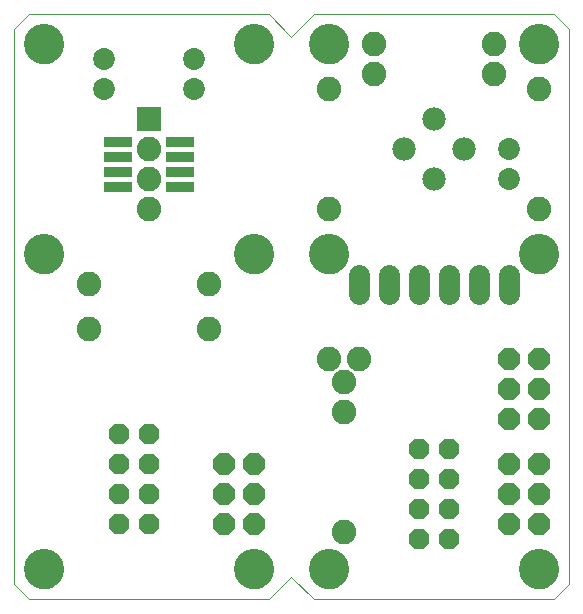
<source format=gbs>
G75*
G70*
%OFA0B0*%
%FSLAX24Y24*%
%IPPOS*%
%LPD*%
%AMOC8*
5,1,8,0,0,1.08239X$1,22.5*
%
%ADD10C,0.0000*%
%ADD11C,0.1340*%
%ADD12OC8,0.0680*%
%ADD13OC8,0.0720*%
%ADD14C,0.0820*%
%ADD15R,0.0950X0.0320*%
%ADD16C,0.0730*%
%ADD17R,0.0820X0.0820*%
%ADD18C,0.0780*%
%ADD19C,0.0714*%
D10*
X001675Y001175D02*
X001175Y001675D01*
X001175Y020175D01*
X001675Y020675D01*
X009675Y020675D01*
X010425Y019925D01*
X011175Y020675D01*
X019175Y020675D01*
X019675Y020175D01*
X019675Y001675D01*
X019175Y001175D01*
X011175Y001175D01*
X010425Y001925D01*
X009675Y001175D01*
X001675Y001175D01*
X001545Y002175D02*
X001547Y002225D01*
X001553Y002275D01*
X001563Y002324D01*
X001577Y002372D01*
X001594Y002419D01*
X001615Y002464D01*
X001640Y002508D01*
X001668Y002549D01*
X001700Y002588D01*
X001734Y002625D01*
X001771Y002659D01*
X001811Y002689D01*
X001853Y002716D01*
X001897Y002740D01*
X001943Y002761D01*
X001990Y002777D01*
X002038Y002790D01*
X002088Y002799D01*
X002137Y002804D01*
X002188Y002805D01*
X002238Y002802D01*
X002287Y002795D01*
X002336Y002784D01*
X002384Y002769D01*
X002430Y002751D01*
X002475Y002729D01*
X002518Y002703D01*
X002559Y002674D01*
X002598Y002642D01*
X002634Y002607D01*
X002666Y002569D01*
X002696Y002529D01*
X002723Y002486D01*
X002746Y002442D01*
X002765Y002396D01*
X002781Y002348D01*
X002793Y002299D01*
X002801Y002250D01*
X002805Y002200D01*
X002805Y002150D01*
X002801Y002100D01*
X002793Y002051D01*
X002781Y002002D01*
X002765Y001954D01*
X002746Y001908D01*
X002723Y001864D01*
X002696Y001821D01*
X002666Y001781D01*
X002634Y001743D01*
X002598Y001708D01*
X002559Y001676D01*
X002518Y001647D01*
X002475Y001621D01*
X002430Y001599D01*
X002384Y001581D01*
X002336Y001566D01*
X002287Y001555D01*
X002238Y001548D01*
X002188Y001545D01*
X002137Y001546D01*
X002088Y001551D01*
X002038Y001560D01*
X001990Y001573D01*
X001943Y001589D01*
X001897Y001610D01*
X001853Y001634D01*
X001811Y001661D01*
X001771Y001691D01*
X001734Y001725D01*
X001700Y001762D01*
X001668Y001801D01*
X001640Y001842D01*
X001615Y001886D01*
X001594Y001931D01*
X001577Y001978D01*
X001563Y002026D01*
X001553Y002075D01*
X001547Y002125D01*
X001545Y002175D01*
X008545Y002175D02*
X008547Y002225D01*
X008553Y002275D01*
X008563Y002324D01*
X008577Y002372D01*
X008594Y002419D01*
X008615Y002464D01*
X008640Y002508D01*
X008668Y002549D01*
X008700Y002588D01*
X008734Y002625D01*
X008771Y002659D01*
X008811Y002689D01*
X008853Y002716D01*
X008897Y002740D01*
X008943Y002761D01*
X008990Y002777D01*
X009038Y002790D01*
X009088Y002799D01*
X009137Y002804D01*
X009188Y002805D01*
X009238Y002802D01*
X009287Y002795D01*
X009336Y002784D01*
X009384Y002769D01*
X009430Y002751D01*
X009475Y002729D01*
X009518Y002703D01*
X009559Y002674D01*
X009598Y002642D01*
X009634Y002607D01*
X009666Y002569D01*
X009696Y002529D01*
X009723Y002486D01*
X009746Y002442D01*
X009765Y002396D01*
X009781Y002348D01*
X009793Y002299D01*
X009801Y002250D01*
X009805Y002200D01*
X009805Y002150D01*
X009801Y002100D01*
X009793Y002051D01*
X009781Y002002D01*
X009765Y001954D01*
X009746Y001908D01*
X009723Y001864D01*
X009696Y001821D01*
X009666Y001781D01*
X009634Y001743D01*
X009598Y001708D01*
X009559Y001676D01*
X009518Y001647D01*
X009475Y001621D01*
X009430Y001599D01*
X009384Y001581D01*
X009336Y001566D01*
X009287Y001555D01*
X009238Y001548D01*
X009188Y001545D01*
X009137Y001546D01*
X009088Y001551D01*
X009038Y001560D01*
X008990Y001573D01*
X008943Y001589D01*
X008897Y001610D01*
X008853Y001634D01*
X008811Y001661D01*
X008771Y001691D01*
X008734Y001725D01*
X008700Y001762D01*
X008668Y001801D01*
X008640Y001842D01*
X008615Y001886D01*
X008594Y001931D01*
X008577Y001978D01*
X008563Y002026D01*
X008553Y002075D01*
X008547Y002125D01*
X008545Y002175D01*
X011045Y002175D02*
X011047Y002225D01*
X011053Y002275D01*
X011063Y002324D01*
X011077Y002372D01*
X011094Y002419D01*
X011115Y002464D01*
X011140Y002508D01*
X011168Y002549D01*
X011200Y002588D01*
X011234Y002625D01*
X011271Y002659D01*
X011311Y002689D01*
X011353Y002716D01*
X011397Y002740D01*
X011443Y002761D01*
X011490Y002777D01*
X011538Y002790D01*
X011588Y002799D01*
X011637Y002804D01*
X011688Y002805D01*
X011738Y002802D01*
X011787Y002795D01*
X011836Y002784D01*
X011884Y002769D01*
X011930Y002751D01*
X011975Y002729D01*
X012018Y002703D01*
X012059Y002674D01*
X012098Y002642D01*
X012134Y002607D01*
X012166Y002569D01*
X012196Y002529D01*
X012223Y002486D01*
X012246Y002442D01*
X012265Y002396D01*
X012281Y002348D01*
X012293Y002299D01*
X012301Y002250D01*
X012305Y002200D01*
X012305Y002150D01*
X012301Y002100D01*
X012293Y002051D01*
X012281Y002002D01*
X012265Y001954D01*
X012246Y001908D01*
X012223Y001864D01*
X012196Y001821D01*
X012166Y001781D01*
X012134Y001743D01*
X012098Y001708D01*
X012059Y001676D01*
X012018Y001647D01*
X011975Y001621D01*
X011930Y001599D01*
X011884Y001581D01*
X011836Y001566D01*
X011787Y001555D01*
X011738Y001548D01*
X011688Y001545D01*
X011637Y001546D01*
X011588Y001551D01*
X011538Y001560D01*
X011490Y001573D01*
X011443Y001589D01*
X011397Y001610D01*
X011353Y001634D01*
X011311Y001661D01*
X011271Y001691D01*
X011234Y001725D01*
X011200Y001762D01*
X011168Y001801D01*
X011140Y001842D01*
X011115Y001886D01*
X011094Y001931D01*
X011077Y001978D01*
X011063Y002026D01*
X011053Y002075D01*
X011047Y002125D01*
X011045Y002175D01*
X018045Y002175D02*
X018047Y002225D01*
X018053Y002275D01*
X018063Y002324D01*
X018077Y002372D01*
X018094Y002419D01*
X018115Y002464D01*
X018140Y002508D01*
X018168Y002549D01*
X018200Y002588D01*
X018234Y002625D01*
X018271Y002659D01*
X018311Y002689D01*
X018353Y002716D01*
X018397Y002740D01*
X018443Y002761D01*
X018490Y002777D01*
X018538Y002790D01*
X018588Y002799D01*
X018637Y002804D01*
X018688Y002805D01*
X018738Y002802D01*
X018787Y002795D01*
X018836Y002784D01*
X018884Y002769D01*
X018930Y002751D01*
X018975Y002729D01*
X019018Y002703D01*
X019059Y002674D01*
X019098Y002642D01*
X019134Y002607D01*
X019166Y002569D01*
X019196Y002529D01*
X019223Y002486D01*
X019246Y002442D01*
X019265Y002396D01*
X019281Y002348D01*
X019293Y002299D01*
X019301Y002250D01*
X019305Y002200D01*
X019305Y002150D01*
X019301Y002100D01*
X019293Y002051D01*
X019281Y002002D01*
X019265Y001954D01*
X019246Y001908D01*
X019223Y001864D01*
X019196Y001821D01*
X019166Y001781D01*
X019134Y001743D01*
X019098Y001708D01*
X019059Y001676D01*
X019018Y001647D01*
X018975Y001621D01*
X018930Y001599D01*
X018884Y001581D01*
X018836Y001566D01*
X018787Y001555D01*
X018738Y001548D01*
X018688Y001545D01*
X018637Y001546D01*
X018588Y001551D01*
X018538Y001560D01*
X018490Y001573D01*
X018443Y001589D01*
X018397Y001610D01*
X018353Y001634D01*
X018311Y001661D01*
X018271Y001691D01*
X018234Y001725D01*
X018200Y001762D01*
X018168Y001801D01*
X018140Y001842D01*
X018115Y001886D01*
X018094Y001931D01*
X018077Y001978D01*
X018063Y002026D01*
X018053Y002075D01*
X018047Y002125D01*
X018045Y002175D01*
X018045Y012675D02*
X018047Y012725D01*
X018053Y012775D01*
X018063Y012824D01*
X018077Y012872D01*
X018094Y012919D01*
X018115Y012964D01*
X018140Y013008D01*
X018168Y013049D01*
X018200Y013088D01*
X018234Y013125D01*
X018271Y013159D01*
X018311Y013189D01*
X018353Y013216D01*
X018397Y013240D01*
X018443Y013261D01*
X018490Y013277D01*
X018538Y013290D01*
X018588Y013299D01*
X018637Y013304D01*
X018688Y013305D01*
X018738Y013302D01*
X018787Y013295D01*
X018836Y013284D01*
X018884Y013269D01*
X018930Y013251D01*
X018975Y013229D01*
X019018Y013203D01*
X019059Y013174D01*
X019098Y013142D01*
X019134Y013107D01*
X019166Y013069D01*
X019196Y013029D01*
X019223Y012986D01*
X019246Y012942D01*
X019265Y012896D01*
X019281Y012848D01*
X019293Y012799D01*
X019301Y012750D01*
X019305Y012700D01*
X019305Y012650D01*
X019301Y012600D01*
X019293Y012551D01*
X019281Y012502D01*
X019265Y012454D01*
X019246Y012408D01*
X019223Y012364D01*
X019196Y012321D01*
X019166Y012281D01*
X019134Y012243D01*
X019098Y012208D01*
X019059Y012176D01*
X019018Y012147D01*
X018975Y012121D01*
X018930Y012099D01*
X018884Y012081D01*
X018836Y012066D01*
X018787Y012055D01*
X018738Y012048D01*
X018688Y012045D01*
X018637Y012046D01*
X018588Y012051D01*
X018538Y012060D01*
X018490Y012073D01*
X018443Y012089D01*
X018397Y012110D01*
X018353Y012134D01*
X018311Y012161D01*
X018271Y012191D01*
X018234Y012225D01*
X018200Y012262D01*
X018168Y012301D01*
X018140Y012342D01*
X018115Y012386D01*
X018094Y012431D01*
X018077Y012478D01*
X018063Y012526D01*
X018053Y012575D01*
X018047Y012625D01*
X018045Y012675D01*
X011045Y012675D02*
X011047Y012725D01*
X011053Y012775D01*
X011063Y012824D01*
X011077Y012872D01*
X011094Y012919D01*
X011115Y012964D01*
X011140Y013008D01*
X011168Y013049D01*
X011200Y013088D01*
X011234Y013125D01*
X011271Y013159D01*
X011311Y013189D01*
X011353Y013216D01*
X011397Y013240D01*
X011443Y013261D01*
X011490Y013277D01*
X011538Y013290D01*
X011588Y013299D01*
X011637Y013304D01*
X011688Y013305D01*
X011738Y013302D01*
X011787Y013295D01*
X011836Y013284D01*
X011884Y013269D01*
X011930Y013251D01*
X011975Y013229D01*
X012018Y013203D01*
X012059Y013174D01*
X012098Y013142D01*
X012134Y013107D01*
X012166Y013069D01*
X012196Y013029D01*
X012223Y012986D01*
X012246Y012942D01*
X012265Y012896D01*
X012281Y012848D01*
X012293Y012799D01*
X012301Y012750D01*
X012305Y012700D01*
X012305Y012650D01*
X012301Y012600D01*
X012293Y012551D01*
X012281Y012502D01*
X012265Y012454D01*
X012246Y012408D01*
X012223Y012364D01*
X012196Y012321D01*
X012166Y012281D01*
X012134Y012243D01*
X012098Y012208D01*
X012059Y012176D01*
X012018Y012147D01*
X011975Y012121D01*
X011930Y012099D01*
X011884Y012081D01*
X011836Y012066D01*
X011787Y012055D01*
X011738Y012048D01*
X011688Y012045D01*
X011637Y012046D01*
X011588Y012051D01*
X011538Y012060D01*
X011490Y012073D01*
X011443Y012089D01*
X011397Y012110D01*
X011353Y012134D01*
X011311Y012161D01*
X011271Y012191D01*
X011234Y012225D01*
X011200Y012262D01*
X011168Y012301D01*
X011140Y012342D01*
X011115Y012386D01*
X011094Y012431D01*
X011077Y012478D01*
X011063Y012526D01*
X011053Y012575D01*
X011047Y012625D01*
X011045Y012675D01*
X008545Y012675D02*
X008547Y012725D01*
X008553Y012775D01*
X008563Y012824D01*
X008577Y012872D01*
X008594Y012919D01*
X008615Y012964D01*
X008640Y013008D01*
X008668Y013049D01*
X008700Y013088D01*
X008734Y013125D01*
X008771Y013159D01*
X008811Y013189D01*
X008853Y013216D01*
X008897Y013240D01*
X008943Y013261D01*
X008990Y013277D01*
X009038Y013290D01*
X009088Y013299D01*
X009137Y013304D01*
X009188Y013305D01*
X009238Y013302D01*
X009287Y013295D01*
X009336Y013284D01*
X009384Y013269D01*
X009430Y013251D01*
X009475Y013229D01*
X009518Y013203D01*
X009559Y013174D01*
X009598Y013142D01*
X009634Y013107D01*
X009666Y013069D01*
X009696Y013029D01*
X009723Y012986D01*
X009746Y012942D01*
X009765Y012896D01*
X009781Y012848D01*
X009793Y012799D01*
X009801Y012750D01*
X009805Y012700D01*
X009805Y012650D01*
X009801Y012600D01*
X009793Y012551D01*
X009781Y012502D01*
X009765Y012454D01*
X009746Y012408D01*
X009723Y012364D01*
X009696Y012321D01*
X009666Y012281D01*
X009634Y012243D01*
X009598Y012208D01*
X009559Y012176D01*
X009518Y012147D01*
X009475Y012121D01*
X009430Y012099D01*
X009384Y012081D01*
X009336Y012066D01*
X009287Y012055D01*
X009238Y012048D01*
X009188Y012045D01*
X009137Y012046D01*
X009088Y012051D01*
X009038Y012060D01*
X008990Y012073D01*
X008943Y012089D01*
X008897Y012110D01*
X008853Y012134D01*
X008811Y012161D01*
X008771Y012191D01*
X008734Y012225D01*
X008700Y012262D01*
X008668Y012301D01*
X008640Y012342D01*
X008615Y012386D01*
X008594Y012431D01*
X008577Y012478D01*
X008563Y012526D01*
X008553Y012575D01*
X008547Y012625D01*
X008545Y012675D01*
X001545Y012675D02*
X001547Y012725D01*
X001553Y012775D01*
X001563Y012824D01*
X001577Y012872D01*
X001594Y012919D01*
X001615Y012964D01*
X001640Y013008D01*
X001668Y013049D01*
X001700Y013088D01*
X001734Y013125D01*
X001771Y013159D01*
X001811Y013189D01*
X001853Y013216D01*
X001897Y013240D01*
X001943Y013261D01*
X001990Y013277D01*
X002038Y013290D01*
X002088Y013299D01*
X002137Y013304D01*
X002188Y013305D01*
X002238Y013302D01*
X002287Y013295D01*
X002336Y013284D01*
X002384Y013269D01*
X002430Y013251D01*
X002475Y013229D01*
X002518Y013203D01*
X002559Y013174D01*
X002598Y013142D01*
X002634Y013107D01*
X002666Y013069D01*
X002696Y013029D01*
X002723Y012986D01*
X002746Y012942D01*
X002765Y012896D01*
X002781Y012848D01*
X002793Y012799D01*
X002801Y012750D01*
X002805Y012700D01*
X002805Y012650D01*
X002801Y012600D01*
X002793Y012551D01*
X002781Y012502D01*
X002765Y012454D01*
X002746Y012408D01*
X002723Y012364D01*
X002696Y012321D01*
X002666Y012281D01*
X002634Y012243D01*
X002598Y012208D01*
X002559Y012176D01*
X002518Y012147D01*
X002475Y012121D01*
X002430Y012099D01*
X002384Y012081D01*
X002336Y012066D01*
X002287Y012055D01*
X002238Y012048D01*
X002188Y012045D01*
X002137Y012046D01*
X002088Y012051D01*
X002038Y012060D01*
X001990Y012073D01*
X001943Y012089D01*
X001897Y012110D01*
X001853Y012134D01*
X001811Y012161D01*
X001771Y012191D01*
X001734Y012225D01*
X001700Y012262D01*
X001668Y012301D01*
X001640Y012342D01*
X001615Y012386D01*
X001594Y012431D01*
X001577Y012478D01*
X001563Y012526D01*
X001553Y012575D01*
X001547Y012625D01*
X001545Y012675D01*
X001545Y019675D02*
X001547Y019725D01*
X001553Y019775D01*
X001563Y019824D01*
X001577Y019872D01*
X001594Y019919D01*
X001615Y019964D01*
X001640Y020008D01*
X001668Y020049D01*
X001700Y020088D01*
X001734Y020125D01*
X001771Y020159D01*
X001811Y020189D01*
X001853Y020216D01*
X001897Y020240D01*
X001943Y020261D01*
X001990Y020277D01*
X002038Y020290D01*
X002088Y020299D01*
X002137Y020304D01*
X002188Y020305D01*
X002238Y020302D01*
X002287Y020295D01*
X002336Y020284D01*
X002384Y020269D01*
X002430Y020251D01*
X002475Y020229D01*
X002518Y020203D01*
X002559Y020174D01*
X002598Y020142D01*
X002634Y020107D01*
X002666Y020069D01*
X002696Y020029D01*
X002723Y019986D01*
X002746Y019942D01*
X002765Y019896D01*
X002781Y019848D01*
X002793Y019799D01*
X002801Y019750D01*
X002805Y019700D01*
X002805Y019650D01*
X002801Y019600D01*
X002793Y019551D01*
X002781Y019502D01*
X002765Y019454D01*
X002746Y019408D01*
X002723Y019364D01*
X002696Y019321D01*
X002666Y019281D01*
X002634Y019243D01*
X002598Y019208D01*
X002559Y019176D01*
X002518Y019147D01*
X002475Y019121D01*
X002430Y019099D01*
X002384Y019081D01*
X002336Y019066D01*
X002287Y019055D01*
X002238Y019048D01*
X002188Y019045D01*
X002137Y019046D01*
X002088Y019051D01*
X002038Y019060D01*
X001990Y019073D01*
X001943Y019089D01*
X001897Y019110D01*
X001853Y019134D01*
X001811Y019161D01*
X001771Y019191D01*
X001734Y019225D01*
X001700Y019262D01*
X001668Y019301D01*
X001640Y019342D01*
X001615Y019386D01*
X001594Y019431D01*
X001577Y019478D01*
X001563Y019526D01*
X001553Y019575D01*
X001547Y019625D01*
X001545Y019675D01*
X008545Y019675D02*
X008547Y019725D01*
X008553Y019775D01*
X008563Y019824D01*
X008577Y019872D01*
X008594Y019919D01*
X008615Y019964D01*
X008640Y020008D01*
X008668Y020049D01*
X008700Y020088D01*
X008734Y020125D01*
X008771Y020159D01*
X008811Y020189D01*
X008853Y020216D01*
X008897Y020240D01*
X008943Y020261D01*
X008990Y020277D01*
X009038Y020290D01*
X009088Y020299D01*
X009137Y020304D01*
X009188Y020305D01*
X009238Y020302D01*
X009287Y020295D01*
X009336Y020284D01*
X009384Y020269D01*
X009430Y020251D01*
X009475Y020229D01*
X009518Y020203D01*
X009559Y020174D01*
X009598Y020142D01*
X009634Y020107D01*
X009666Y020069D01*
X009696Y020029D01*
X009723Y019986D01*
X009746Y019942D01*
X009765Y019896D01*
X009781Y019848D01*
X009793Y019799D01*
X009801Y019750D01*
X009805Y019700D01*
X009805Y019650D01*
X009801Y019600D01*
X009793Y019551D01*
X009781Y019502D01*
X009765Y019454D01*
X009746Y019408D01*
X009723Y019364D01*
X009696Y019321D01*
X009666Y019281D01*
X009634Y019243D01*
X009598Y019208D01*
X009559Y019176D01*
X009518Y019147D01*
X009475Y019121D01*
X009430Y019099D01*
X009384Y019081D01*
X009336Y019066D01*
X009287Y019055D01*
X009238Y019048D01*
X009188Y019045D01*
X009137Y019046D01*
X009088Y019051D01*
X009038Y019060D01*
X008990Y019073D01*
X008943Y019089D01*
X008897Y019110D01*
X008853Y019134D01*
X008811Y019161D01*
X008771Y019191D01*
X008734Y019225D01*
X008700Y019262D01*
X008668Y019301D01*
X008640Y019342D01*
X008615Y019386D01*
X008594Y019431D01*
X008577Y019478D01*
X008563Y019526D01*
X008553Y019575D01*
X008547Y019625D01*
X008545Y019675D01*
X011045Y019675D02*
X011047Y019725D01*
X011053Y019775D01*
X011063Y019824D01*
X011077Y019872D01*
X011094Y019919D01*
X011115Y019964D01*
X011140Y020008D01*
X011168Y020049D01*
X011200Y020088D01*
X011234Y020125D01*
X011271Y020159D01*
X011311Y020189D01*
X011353Y020216D01*
X011397Y020240D01*
X011443Y020261D01*
X011490Y020277D01*
X011538Y020290D01*
X011588Y020299D01*
X011637Y020304D01*
X011688Y020305D01*
X011738Y020302D01*
X011787Y020295D01*
X011836Y020284D01*
X011884Y020269D01*
X011930Y020251D01*
X011975Y020229D01*
X012018Y020203D01*
X012059Y020174D01*
X012098Y020142D01*
X012134Y020107D01*
X012166Y020069D01*
X012196Y020029D01*
X012223Y019986D01*
X012246Y019942D01*
X012265Y019896D01*
X012281Y019848D01*
X012293Y019799D01*
X012301Y019750D01*
X012305Y019700D01*
X012305Y019650D01*
X012301Y019600D01*
X012293Y019551D01*
X012281Y019502D01*
X012265Y019454D01*
X012246Y019408D01*
X012223Y019364D01*
X012196Y019321D01*
X012166Y019281D01*
X012134Y019243D01*
X012098Y019208D01*
X012059Y019176D01*
X012018Y019147D01*
X011975Y019121D01*
X011930Y019099D01*
X011884Y019081D01*
X011836Y019066D01*
X011787Y019055D01*
X011738Y019048D01*
X011688Y019045D01*
X011637Y019046D01*
X011588Y019051D01*
X011538Y019060D01*
X011490Y019073D01*
X011443Y019089D01*
X011397Y019110D01*
X011353Y019134D01*
X011311Y019161D01*
X011271Y019191D01*
X011234Y019225D01*
X011200Y019262D01*
X011168Y019301D01*
X011140Y019342D01*
X011115Y019386D01*
X011094Y019431D01*
X011077Y019478D01*
X011063Y019526D01*
X011053Y019575D01*
X011047Y019625D01*
X011045Y019675D01*
X018045Y019675D02*
X018047Y019725D01*
X018053Y019775D01*
X018063Y019824D01*
X018077Y019872D01*
X018094Y019919D01*
X018115Y019964D01*
X018140Y020008D01*
X018168Y020049D01*
X018200Y020088D01*
X018234Y020125D01*
X018271Y020159D01*
X018311Y020189D01*
X018353Y020216D01*
X018397Y020240D01*
X018443Y020261D01*
X018490Y020277D01*
X018538Y020290D01*
X018588Y020299D01*
X018637Y020304D01*
X018688Y020305D01*
X018738Y020302D01*
X018787Y020295D01*
X018836Y020284D01*
X018884Y020269D01*
X018930Y020251D01*
X018975Y020229D01*
X019018Y020203D01*
X019059Y020174D01*
X019098Y020142D01*
X019134Y020107D01*
X019166Y020069D01*
X019196Y020029D01*
X019223Y019986D01*
X019246Y019942D01*
X019265Y019896D01*
X019281Y019848D01*
X019293Y019799D01*
X019301Y019750D01*
X019305Y019700D01*
X019305Y019650D01*
X019301Y019600D01*
X019293Y019551D01*
X019281Y019502D01*
X019265Y019454D01*
X019246Y019408D01*
X019223Y019364D01*
X019196Y019321D01*
X019166Y019281D01*
X019134Y019243D01*
X019098Y019208D01*
X019059Y019176D01*
X019018Y019147D01*
X018975Y019121D01*
X018930Y019099D01*
X018884Y019081D01*
X018836Y019066D01*
X018787Y019055D01*
X018738Y019048D01*
X018688Y019045D01*
X018637Y019046D01*
X018588Y019051D01*
X018538Y019060D01*
X018490Y019073D01*
X018443Y019089D01*
X018397Y019110D01*
X018353Y019134D01*
X018311Y019161D01*
X018271Y019191D01*
X018234Y019225D01*
X018200Y019262D01*
X018168Y019301D01*
X018140Y019342D01*
X018115Y019386D01*
X018094Y019431D01*
X018077Y019478D01*
X018063Y019526D01*
X018053Y019575D01*
X018047Y019625D01*
X018045Y019675D01*
D11*
X018675Y019675D03*
X018675Y012675D03*
X011675Y012675D03*
X009175Y012675D03*
X009175Y019675D03*
X011675Y019675D03*
X002175Y019675D03*
X002175Y012675D03*
X002175Y002175D03*
X009175Y002175D03*
X011675Y002175D03*
X018675Y002175D03*
D12*
X015675Y003175D03*
X015675Y004175D03*
X015675Y005175D03*
X015675Y006175D03*
X014675Y006175D03*
X014675Y005175D03*
X014675Y004175D03*
X014675Y003175D03*
X005675Y003675D03*
X005675Y004675D03*
X005675Y005675D03*
X005675Y006675D03*
X004675Y006675D03*
X004675Y005675D03*
X004675Y004675D03*
X004675Y003675D03*
D13*
X008175Y003675D03*
X008175Y004675D03*
X008175Y005675D03*
X009175Y005675D03*
X009175Y004675D03*
X009175Y003675D03*
X017675Y003675D03*
X017675Y004675D03*
X017675Y005675D03*
X018675Y005675D03*
X018675Y004675D03*
X018675Y003675D03*
X018675Y007175D03*
X018675Y008175D03*
X018675Y009175D03*
X017675Y009175D03*
X017675Y008175D03*
X017675Y007175D03*
D14*
X012675Y009175D03*
X012175Y008425D03*
X011675Y009175D03*
X012175Y007425D03*
X012175Y003425D03*
X007675Y010175D03*
X007675Y011675D03*
X005675Y014175D03*
X005675Y015175D03*
X005675Y016175D03*
X003675Y011675D03*
X003675Y010175D03*
X011675Y014175D03*
X011675Y018175D03*
X013175Y018675D03*
X013175Y019675D03*
X017175Y019675D03*
X017175Y018675D03*
X018675Y018175D03*
X018675Y014175D03*
D15*
X006705Y014925D03*
X006705Y015425D03*
X006705Y015925D03*
X006705Y016425D03*
X004645Y016425D03*
X004645Y015925D03*
X004645Y015425D03*
X004645Y014925D03*
D16*
X004175Y018175D03*
X004175Y019175D03*
X007175Y019175D03*
X007175Y018175D03*
X017675Y016175D03*
X017675Y015175D03*
D17*
X005675Y017175D03*
D18*
X014175Y016175D03*
X015175Y015175D03*
X016175Y016175D03*
X015175Y017175D03*
D19*
X014675Y011992D02*
X014675Y011358D01*
X013675Y011358D02*
X013675Y011992D01*
X012675Y011992D02*
X012675Y011358D01*
X015675Y011358D02*
X015675Y011992D01*
X016675Y011992D02*
X016675Y011358D01*
X017675Y011358D02*
X017675Y011992D01*
M02*

</source>
